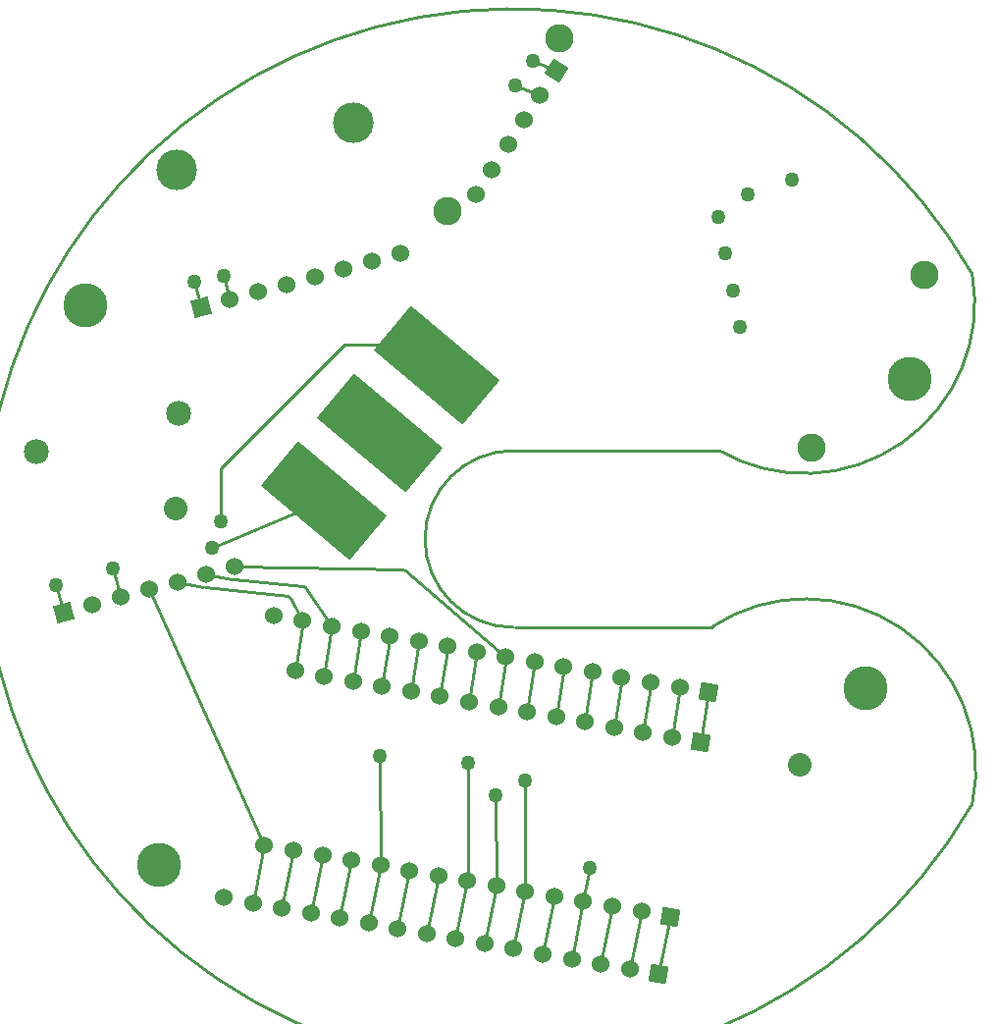
<source format=gtl>
G04*
G04 #@! TF.GenerationSoftware,Altium Limited,Altium Designer,20.2.8 (258)*
G04*
G04 Layer_Physical_Order=1*
G04 Layer_Color=255*
%FSLAX24Y24*%
%MOIN*%
G70*
G04*
G04 #@! TF.SameCoordinates,457248F5-DA73-466C-AE77-A18651DC037B*
G04*
G04*
G04 #@! TF.FilePolarity,Positive*
G04*
G01*
G75*
%ADD10C,0.0100*%
G04:AMPARAMS|DCode=28|XSize=196.9mil|YSize=393.7mil|CornerRadius=0mil|HoleSize=0mil|Usage=FLASHONLY|Rotation=230.000|XOffset=0mil|YOffset=0mil|HoleType=Round|Shape=Rectangle|*
%AMROTATEDRECTD28*
4,1,4,-0.0875,0.2019,0.2141,-0.0511,0.0875,-0.2019,-0.2141,0.0511,-0.0875,0.2019,0.0*
%
%ADD28ROTATEDRECTD28*%

%ADD29P,0.0852X4X305.0*%
%ADD30P,0.0849X4X305.0*%
%ADD31C,0.0600*%
%ADD32C,0.0602*%
%ADD33P,0.0849X4X150.0*%
%ADD34P,0.0849X4X60.0*%
%ADD35P,0.0849X4X372.0*%
%ADD36C,0.0800*%
%ADD37C,0.1500*%
%ADD38C,0.0500*%
%ADD39C,0.1378*%
%ADD40C,0.0850*%
%ADD41C,0.0965*%
D10*
X10475Y16053D02*
G03*
X10398Y16106I-88J-47D01*
G01*
X7524Y16418D02*
G03*
X7568Y16411I92J441D01*
G01*
X10977Y16411D02*
G03*
X10903Y16454I-83J-56D01*
G01*
X8490Y16677D02*
G03*
X8541Y16669I92J441D01*
G01*
X14377Y16976D02*
G03*
X14314Y17001I-65J-76D01*
G01*
X20428Y5751D02*
X20650Y6900D01*
X8100Y18650D02*
Y20441D01*
X7800Y17750D02*
X11600Y19350D01*
X8100Y20441D02*
X12309Y24650D01*
X14753D01*
X15457Y23946D01*
X17450Y9350D02*
X17474Y6272D01*
X18450Y9850D02*
X18459Y6099D01*
X16500Y6457D02*
Y10450D01*
X16489Y6446D02*
X16500Y6457D01*
X13500Y10700D02*
X13535Y6967D01*
X13139Y5005D02*
X13535Y6967D01*
X16094Y4484D02*
X16489Y6446D01*
X18063Y4137D02*
X18459Y6099D01*
X17078Y4311D02*
X17474Y6272D01*
X23712Y13011D02*
X23750Y13250D01*
X23440Y11313D02*
X23712Y13011D01*
X24697Y12838D02*
X24735Y13076D01*
X24425Y11139D02*
X24697Y12838D01*
X7443Y25929D02*
X7452Y25924D01*
X7201Y26769D02*
X7443Y25929D01*
X18100Y33450D02*
X18955Y33111D01*
X18700Y34300D02*
X19500Y33950D01*
X8200Y27000D02*
X8418Y26182D01*
X4450Y17050D02*
X4718Y16082D01*
X2500Y16500D02*
X2786Y15565D01*
X5684Y16341D02*
X9596Y7662D01*
X10909Y15269D02*
X10948Y15507D01*
X10637Y13570D02*
X10909Y15269D01*
X10398Y16106D02*
X10398Y16106D01*
X7568Y16411D02*
X10398Y16106D01*
X6650Y16600D02*
X7524Y16418D01*
X10475Y16053D02*
X10896Y15271D01*
X11894Y15095D02*
X11932Y15334D01*
X11622Y13397D02*
X11894Y15095D01*
X10903Y16454D02*
X10903Y16454D01*
X8541Y16669D02*
X10903Y16454D01*
X7616Y16859D02*
X8490Y16677D01*
X10977Y16411D02*
X11880Y15097D01*
X17803Y14053D02*
X17841Y14292D01*
X17531Y12355D02*
X17803Y14053D01*
X14314Y17001D02*
X14314Y17001D01*
X8582Y17118D02*
X14314Y17001D01*
X14377Y16976D02*
X17789Y14055D01*
X12607Y13223D02*
X12917Y15160D01*
X13592Y13049D02*
X13902Y14986D01*
X14577Y12876D02*
X14887Y14813D01*
X15561Y12702D02*
X15872Y14639D01*
X16546Y12529D02*
X16856Y14466D01*
X18516Y12181D02*
X18826Y14118D01*
X19501Y12008D02*
X19811Y13945D01*
X20485Y11834D02*
X20796Y13771D01*
X21470Y11660D02*
X21780Y13597D01*
X22455Y11487D02*
X22765Y13424D01*
X22987Y3269D02*
X23383Y5230D01*
X22002Y3443D02*
X22398Y5404D01*
X21018Y3616D02*
X21413Y5578D01*
X20033Y3790D02*
X20428Y5751D01*
X19048Y3964D02*
X19444Y5925D01*
X15109Y4658D02*
X15504Y6620D01*
X14124Y4832D02*
X14520Y6793D01*
X12154Y5179D02*
X12550Y7141D01*
X11170Y5353D02*
X11565Y7314D01*
X10185Y5526D02*
X10580Y7488D01*
X9200Y5700D02*
X9596Y7662D01*
X33638Y9050D02*
G03*
X24795Y15065I-5660J1187D01*
G01*
X25050Y21050D02*
G03*
X33638Y27050I2891J5008D01*
G01*
X18050Y21050D02*
G03*
X18050Y15050I0J-3000D01*
G01*
X33638Y27050D02*
G03*
X33638Y9050I-15588J-9000D01*
G01*
X18100Y15050D02*
X24805D01*
X18050Y21050D02*
X25050D01*
D28*
X11600Y19350D02*
D03*
X13528Y21648D02*
D03*
X15457Y23946D02*
D03*
D29*
X23383Y5230D02*
D03*
X24425Y11139D02*
D03*
D30*
X24683Y12840D02*
D03*
X22987Y3269D02*
D03*
D31*
X23698Y13014D02*
D03*
X22713Y13187D02*
D03*
X21728Y13361D02*
D03*
X20744Y13534D02*
D03*
X19759Y13708D02*
D03*
X18774Y13882D02*
D03*
X17789Y14055D02*
D03*
X16804Y14229D02*
D03*
X15820Y14403D02*
D03*
X14835Y14576D02*
D03*
X13850Y14750D02*
D03*
X12865Y14924D02*
D03*
X11880Y15097D02*
D03*
X10896Y15271D02*
D03*
X9911Y15445D02*
D03*
X22002Y3443D02*
D03*
X21018Y3616D02*
D03*
X20033Y3790D02*
D03*
X19048Y3964D02*
D03*
X18063Y4137D02*
D03*
X17078Y4311D02*
D03*
X16094Y4484D02*
D03*
X15109Y4658D02*
D03*
X14124Y4832D02*
D03*
X13139Y5005D02*
D03*
X12154Y5179D02*
D03*
X11170Y5353D02*
D03*
X10185Y5526D02*
D03*
X9200Y5700D02*
D03*
X8215Y5874D02*
D03*
X8418Y26182D02*
D03*
X9384Y26441D02*
D03*
X10350Y26700D02*
D03*
X11316Y26959D02*
D03*
X12282Y27218D02*
D03*
X13248Y27476D02*
D03*
X14214Y27735D02*
D03*
X8582Y17118D02*
D03*
X7616Y16859D02*
D03*
X6650Y16600D02*
D03*
X5684Y16341D02*
D03*
X4718Y16082D02*
D03*
X3752Y15824D02*
D03*
X16777Y29757D02*
D03*
X17321Y30595D02*
D03*
X17866Y31434D02*
D03*
X18411Y32273D02*
D03*
X18955Y33111D02*
D03*
D32*
X22398Y5404D02*
D03*
X21413Y5578D02*
D03*
X20428Y5751D02*
D03*
X19444Y5925D02*
D03*
X18459Y6099D02*
D03*
X17474Y6272D02*
D03*
X16489Y6446D02*
D03*
X15504Y6620D02*
D03*
X14520Y6793D02*
D03*
X13535Y6967D02*
D03*
X12550Y7141D02*
D03*
X11565Y7314D02*
D03*
X10580Y7488D02*
D03*
X9596Y7662D02*
D03*
X23440Y11313D02*
D03*
X22455Y11487D02*
D03*
X21470Y11660D02*
D03*
X20485Y11834D02*
D03*
X19501Y12008D02*
D03*
X18516Y12181D02*
D03*
X17531Y12355D02*
D03*
X16546Y12529D02*
D03*
X15561Y12702D02*
D03*
X14577Y12876D02*
D03*
X13592Y13049D02*
D03*
X12607Y13223D02*
D03*
X11622Y13397D02*
D03*
X10637Y13570D02*
D03*
D33*
X7452Y25924D02*
D03*
D34*
X2786Y15565D02*
D03*
D35*
X19500Y33950D02*
D03*
D36*
X6596Y19088D02*
D03*
X27771Y10380D02*
D03*
D37*
X31500Y23500D02*
D03*
X3500Y26000D02*
D03*
X6000Y7000D02*
D03*
X30000Y13000D02*
D03*
D38*
X27500Y30250D02*
D03*
X26000Y29750D02*
D03*
X25000Y29000D02*
D03*
X25250Y27750D02*
D03*
X25500Y26500D02*
D03*
X25750Y25250D02*
D03*
X20650Y6900D02*
D03*
X8100Y18650D02*
D03*
X7800Y17750D02*
D03*
X17450Y9350D02*
D03*
X18450Y9850D02*
D03*
X13500Y10700D02*
D03*
X16500Y10450D02*
D03*
X18700Y34300D02*
D03*
X18100Y33450D02*
D03*
X7200Y26800D02*
D03*
X8200Y27000D02*
D03*
X4450Y17050D02*
D03*
X2500Y16500D02*
D03*
D39*
X6622Y30567D02*
D03*
X12611Y32172D02*
D03*
D40*
X1846Y21007D02*
D03*
X6675Y22301D02*
D03*
D41*
X28195Y21149D02*
D03*
X32007Y27020D02*
D03*
X19625Y35061D02*
D03*
X15813Y29190D02*
D03*
M02*

</source>
